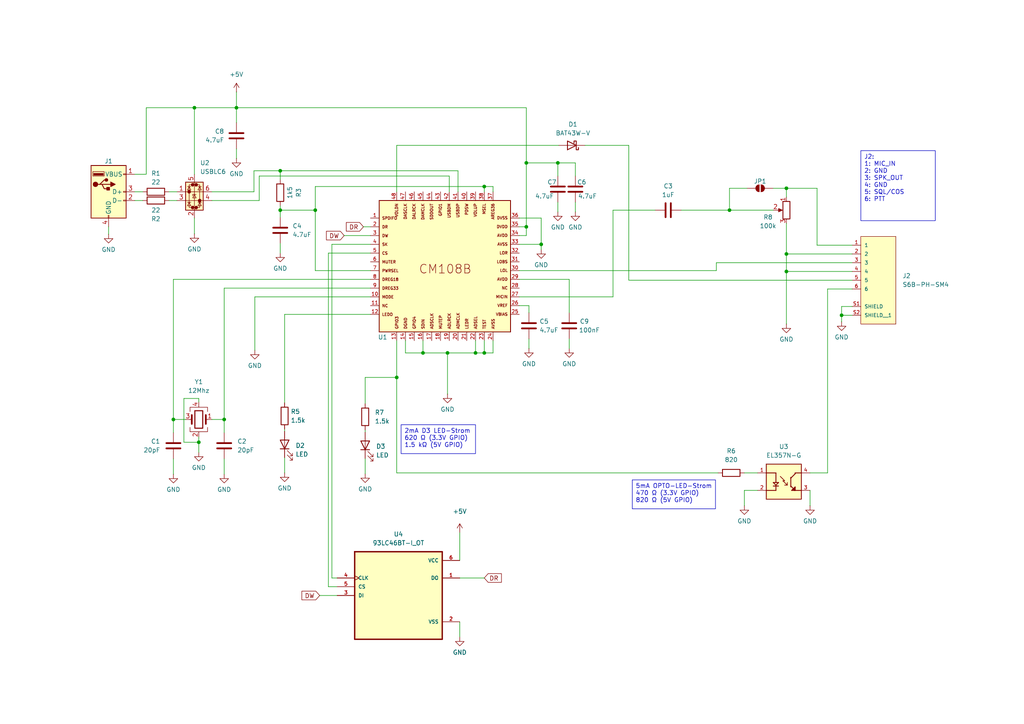
<source format=kicad_sch>
(kicad_sch (version 20250114) (generator "eeschema") (generator_version "9.0")
  (paper "A4")
  (lib_symbols
    (symbol "93LC46BT-I_OT:93LC46BT-I_OT" (pin_names (offset 1.016))
      (property "Reference" "U" (at -12.7 13.7 0))
      (property "Value" "93LC46BT-I_OT" (at -12.7 -16.7 0))
      (symbol "93LC46BT-I_OT_0_0"
        (rectangle (start -12.7 -12.7) (end 12.7 12.7) (stroke (width 0.41)) (fill (type background)))
        (pin input clock (at -17.78 5.08 0) (length 5.08) (name "CLK") (number "4"))
        (pin input line (at -17.78 2.54 0) (length 5.08) (name "CS") (number "5"))
        (pin input line (at -17.78 0 0) (length 5.08) (name "DI") (number "3"))
        (pin power_in line (at 17.78 10.16 180) (length 5.08) (name "VCC") (number "6"))
        (pin output line (at 17.78 5.08 180) (length 5.08) (name "DO") (number "1"))
        (pin power_in line (at 17.78 -7.62 180) (length 5.08) (name "VSS") (number "2"))
      )
    )
    (symbol "CM108B:CM108B" (pin_names (offset 1.016))
      (property "Reference" "U" (at 17.78 21.844 0))
      (property "Value" "CM108B" (at 17.78 -20.32 0))
      (symbol "CM108B_0_0"
        (rectangle (start -17.78 -17.78) (end 20.32 20.32) (stroke (width 0.254)) (fill (type background)))
        (text "SPDIFO" (at -17.018 14.732 0) (effects (font (size 0.8128 0.8128)) (justify left bottom)))
        (text "DR" (at -17.018 12.192 0) (effects (font (size 0.8128 0.8128)) (justify left bottom)))
        (text "DW" (at -17.018 9.652 0) (effects (font (size 0.8128 0.8128)) (justify left bottom)))
        (text "SK" (at -17.018 7.112 0) (effects (font (size 0.8128 0.8128)) (justify left bottom)))
        (text "CS" (at -17.018 4.572 0) (effects (font (size 0.8128 0.8128)) (justify left bottom)))
        (text "MUTER" (at -17.018 2.032 0) (effects (font (size 0.8128 0.8128)) (justify left bottom)))
        (text "PWRSEL" (at -17.018 -0.508 0) (effects (font (size 0.8128 0.8128)) (justify left bottom)))
        (text "DREG18" (at -17.018 -3.048 0) (effects (font (size 0.8128 0.8128)) (justify left bottom)))
        (text "DREG33" (at -17.018 -5.588 0) (effects (font (size 0.8128 0.8128)) (justify left bottom)))
        (text "MODE" (at -17.018 -8.128 0) (effects (font (size 0.8128 0.8128)) (justify left bottom)))
        (text "NC" (at -17.018 -10.668 0) (effects (font (size 0.8128 0.8128)) (justify left bottom)))
        (text "LEDO" (at -17.018 -13.208 0) (effects (font (size 0.8128 0.8128)) (justify left bottom)))
        (text "VOLDN" (at -13.208 19.558 900) (effects (font (size 0.8128 0.8128)) (justify right top)))
        (text "GPIO3" (at -12.192 -17.018 900) (effects (font (size 0.8128 0.8128)) (justify left bottom)))
        (text "DASCLK" (at -10.668 19.558 900) (effects (font (size 0.8128 0.8128)) (justify right top)))
        (text "DGND" (at -9.652 -17.018 900) (effects (font (size 0.8128 0.8128)) (justify left bottom)))
        (text "DALRCK" (at -8.128 19.558 900) (effects (font (size 0.8128 0.8128)) (justify right top)))
        (text "GPIO4" (at -7.112 -17.018 900) (effects (font (size 0.8128 0.8128)) (justify left bottom)))
        (text "CM108B" (at -6.35 -1.016 0) (effects (font (size 2.54 2.54)) (justify left bottom)))
        (text "DAMCLK" (at -5.588 19.558 900) (effects (font (size 0.8128 0.8128)) (justify right top)))
        (text "SDIN" (at -4.572 -17.018 900) (effects (font (size 0.8128 0.8128)) (justify left bottom)))
        (text "SDDOUT" (at -3.048 19.558 900) (effects (font (size 0.8128 0.8128)) (justify right top)))
        (text "ADSCLK" (at -2.032 -17.018 900) (effects (font (size 0.8128 0.8128)) (justify left bottom)))
        (text "GPIO1" (at -0.508 19.558 900) (effects (font (size 0.8128 0.8128)) (justify right top)))
        (text "MUTEP" (at 0.508 -17.018 900) (effects (font (size 0.8128 0.8128)) (justify left bottom)))
        (text "USBDM" (at 2.032 19.558 900) (effects (font (size 0.8128 0.8128)) (justify right top)))
        (text "ADLRCK" (at 3.048 -17.018 900) (effects (font (size 0.8128 0.8128)) (justify left bottom)))
        (text "USBDP" (at 4.572 19.558 900) (effects (font (size 0.8128 0.8128)) (justify right top)))
        (text "ADMCLK" (at 5.588 -17.018 900) (effects (font (size 0.8128 0.8128)) (justify left bottom)))
        (text "PDSW" (at 7.112 19.558 900) (effects (font (size 0.8128 0.8128)) (justify right top)))
        (text "LEDR" (at 8.128 -17.018 900) (effects (font (size 0.8128 0.8128)) (justify left bottom)))
        (text "VOLUP" (at 9.652 19.558 900) (effects (font (size 0.8128 0.8128)) (justify right top)))
        (text "ADSEL" (at 10.668 -17.018 900) (effects (font (size 0.8128 0.8128)) (justify left bottom)))
        (text "MSEL" (at 12.192 19.558 900) (effects (font (size 0.8128 0.8128)) (justify right top)))
        (text "TEST" (at 13.208 -17.018 900) (effects (font (size 0.8128 0.8128)) (justify left bottom)))
        (text "AREG36" (at 14.732 19.558 900) (effects (font (size 0.8128 0.8128)) (justify right top)))
        (text "AVSS" (at 15.748 -17.018 900) (effects (font (size 0.8128 0.8128)) (justify left bottom)))
        (text "DVSS" (at 19.558 15.748 0) (effects (font (size 0.8128 0.8128)) (justify right top)))
        (text "DVDD" (at 19.558 13.208 0) (effects (font (size 0.8128 0.8128)) (justify right top)))
        (text "AVDD" (at 19.558 10.668 0) (effects (font (size 0.8128 0.8128)) (justify right top)))
        (text "AVSS" (at 19.558 8.128 0) (effects (font (size 0.8128 0.8128)) (justify right top)))
        (text "LOR" (at 19.558 5.588 0) (effects (font (size 0.8128 0.8128)) (justify right top)))
        (text "LOBS" (at 19.558 3.048 0) (effects (font (size 0.8128 0.8128)) (justify right top)))
        (text "LOL" (at 19.558 0.508 0) (effects (font (size 0.8128 0.8128)) (justify right top)))
        (text "AVDD" (at 19.558 -2.032 0) (effects (font (size 0.8128 0.8128)) (justify right top)))
        (text "NC" (at 19.558 -4.572 0) (effects (font (size 0.8128 0.8128)) (justify right top)))
        (text "MICIN" (at 19.558 -7.112 0) (effects (font (size 0.8128 0.8128)) (justify right top)))
        (text "VREF" (at 19.558 -9.652 0) (effects (font (size 0.8128 0.8128)) (justify right top)))
        (text "VBIAS" (at 19.558 -12.192 0) (effects (font (size 0.8128 0.8128)) (justify right top)))
        (pin bidirectional line (at -20.32 15.24 0) (length 2.54) (name "~") (number "1"))
        (pin bidirectional line (at -20.32 12.7 0) (length 2.54) (name "~") (number "2"))
        (pin bidirectional line (at -20.32 10.16 0) (length 2.54) (name "~") (number "3"))
        (pin bidirectional line (at -20.32 7.62 0) (length 2.54) (name "~") (number "4"))
        (pin bidirectional line (at -20.32 5.08 0) (length 2.54) (name "~") (number "5"))
        (pin bidirectional line (at -20.32 2.54 0) (length 2.54) (name "~") (number "6"))
        (pin bidirectional line (at -20.32 0 0) (length 2.54) (name "~") (number "7"))
        (pin bidirectional line (at -20.32 -2.54 0) (length 2.54) (name "~") (number "8"))
        (pin bidirectional line (at -20.32 -5.08 0) (length 2.54) (name "~") (number "9"))
        (pin bidirectional line (at -20.32 -7.62 0) (length 2.54) (name "~") (number "10"))
        (pin bidirectional line (at -20.32 -10.16 0) (length 2.54) (name "~") (number "11"))
        (pin bidirectional line (at -20.32 -12.7 0) (length 2.54) (name "~") (number "12"))
        (pin bidirectional line (at -12.7 22.86 270) (length 2.54) (name "~") (number "48"))
        (pin bidirectional line (at -12.7 -20.32 90) (length 2.54) (name "~") (number "13"))
        (pin bidirectional line (at -10.16 22.86 270) (length 2.54) (name "~") (number "47"))
        (pin bidirectional line (at -10.16 -20.32 90) (length 2.54) (name "~") (number "14"))
        (pin bidirectional line (at -7.62 22.86 270) (length 2.54) (name "~") (number "46"))
        (pin bidirectional line (at -7.62 -20.32 90) (length 2.54) (name "~") (number "15"))
        (pin bidirectional line (at -5.08 22.86 270) (length 2.54) (name "~") (number "45"))
        (pin bidirectional line (at -5.08 -20.32 90) (length 2.54) (name "~") (number "16"))
        (pin bidirectional line (at -2.54 22.86 270) (length 2.54) (name "~") (number "44"))
        (pin bidirectional line (at -2.54 -20.32 90) (length 2.54) (name "~") (number "17"))
        (pin bidirectional line (at 0 22.86 270) (length 2.54) (name "~") (number "43"))
        (pin bidirectional line (at 0 -20.32 90) (length 2.54) (name "~") (number "18"))
        (pin bidirectional line (at 2.54 22.86 270) (length 2.54) (name "~") (number "42"))
        (pin bidirectional line (at 2.54 -20.32 90) (length 2.54) (name "~") (number "19"))
        (pin bidirectional line (at 5.08 22.86 270) (length 2.54) (name "~") (number "41"))
        (pin bidirectional line (at 5.08 -20.32 90) (length 2.54) (name "~") (number "20"))
        (pin bidirectional line (at 7.62 22.86 270) (length 2.54) (name "~") (number "40"))
        (pin bidirectional line (at 7.62 -20.32 90) (length 2.54) (name "~") (number "21"))
        (pin bidirectional line (at 10.16 22.86 270) (length 2.54) (name "~") (number "39"))
        (pin bidirectional line (at 10.16 -20.32 90) (length 2.54) (name "~") (number "22"))
        (pin bidirectional line (at 12.7 22.86 270) (length 2.54) (name "~") (number "38"))
        (pin bidirectional line (at 12.7 -20.32 90) (length 2.54) (name "~") (number "23"))
        (pin bidirectional line (at 15.24 22.86 270) (length 2.54) (name "~") (number "37"))
        (pin bidirectional line (at 15.24 -20.32 90) (length 2.54) (name "~") (number "24"))
        (pin bidirectional line (at 22.86 15.24 180) (length 2.54) (name "~") (number "36"))
        (pin bidirectional line (at 22.86 12.7 180) (length 2.54) (name "~") (number "35"))
        (pin bidirectional line (at 22.86 10.16 180) (length 2.54) (name "~") (number "34"))
        (pin bidirectional line (at 22.86 7.62 180) (length 2.54) (name "~") (number "33"))
        (pin bidirectional line (at 22.86 5.08 180) (length 2.54) (name "~") (number "32"))
        (pin bidirectional line (at 22.86 2.54 180) (length 2.54) (name "~") (number "31"))
        (pin bidirectional line (at 22.86 0 180) (length 2.54) (name "~") (number "30"))
        (pin bidirectional line (at 22.86 -2.54 180) (length 2.54) (name "~") (number "29"))
        (pin bidirectional line (at 22.86 -5.08 180) (length 2.54) (name "~") (number "28"))
        (pin bidirectional line (at 22.86 -7.62 180) (length 2.54) (name "~") (number "27"))
        (pin bidirectional line (at 22.86 -10.16 180) (length 2.54) (name "~") (number "26"))
        (pin bidirectional line (at 22.86 -12.7 180) (length 2.54) (name "~") (number "25"))
      )
    )
    (symbol "Connector_USB_PCB_Edge:USB_A_PCB_Edge_receptacle" (pin_names (offset 1.016))
      (property "Reference" "J" (at -5.08 11.43 0))
      (property "Value" "USB_A_PCB_Edge_receptacle" (at -5.08 8.89 0))
      (symbol "USB_A_PCB_Edge_receptacle_0_1"
        (rectangle (start -5.08 -7.62) (end 5.08 7.62) (stroke (width 0.254)) (fill (type background)))
        (circle (center -3.81 2.159) (radius 0.635) (stroke (width 0.254)) (fill (type outline)))
        (polyline (pts (xy -3.175 2.159) (xy -2.54 2.159) (xy -1.27 3.429) (xy -0.635 3.429)) (stroke (width 0.254)))
        (polyline (pts (xy -2.54 2.159) (xy -1.905 2.159) (xy -1.27 0.889) (xy 0 0.889)) (stroke (width 0.254)))
        (rectangle (start -1.524 4.826) (end -4.318 5.334) (fill (type outline)))
        (rectangle (start -1.27 4.572) (end -4.572 5.842))
        (circle (center -0.635 3.429) (radius 0.381) (stroke (width 0.254)) (fill (type outline)))
        (rectangle (start -0.127 -7.62) (end 0.127 -6.858))
        (rectangle (start 0.254 1.27) (end -0.508 0.508) (stroke (width 0.254)) (fill (type outline)))
        (polyline (pts (xy 0.635 2.794) (xy 0.635 1.524) (xy 1.905 2.159) (xy 0.635 2.794)) (stroke (width 0.254)) (fill (type outline)))
        (rectangle (start 5.08 4.953) (end 4.318 5.207))
        (rectangle (start 5.08 -0.127) (end 4.318 0.127))
        (rectangle (start 5.08 -2.667) (end 4.318 -2.413))
      )
      (symbol "USB_A_PCB_Edge_receptacle_1_1"
        (polyline (pts (xy -1.905 2.159) (xy 0.635 2.159)) (stroke (width 0.254)))
        (pin passive line (at -2.54 -10.16 90) (length 2.54) (hide yes) (name "Shield") (number "5"))
        (pin power_in line (at 0 -10.16 90) (length 2.54) (name "GND") (number "4"))
        (pin power_in line (at 7.62 5.08 180) (length 2.54) (name "VBUS") (number "1"))
        (pin bidirectional line (at 7.62 0 180) (length 2.54) (name "D+") (number "3"))
        (pin bidirectional line (at 7.62 -2.54 180) (length 2.54) (name "D-") (number "2"))
      )
    )
    (symbol "Device:C" (pin_numbers (hide yes)) (pin_names (offset 0.254))
      (property "Reference" "C" (at 0.635 2.54 0))
      (property "Value" "C" (at 0.635 -2.54 0))
      (symbol "C_0_1"
        (polyline (pts (xy -2.032 0.762) (xy 2.032 0.762)) (stroke (width 0.508)))
        (polyline (pts (xy -2.032 -0.762) (xy 2.032 -0.762)) (stroke (width 0.508)))
      )
      (symbol "C_1_1"
        (pin passive line (at 0 3.81 270) (length 2.794) (name "~") (number "1"))
        (pin passive line (at 0 -3.81 90) (length 2.794) (name "~") (number "2"))
      )
    )
    (symbol "Device:Crystal_GND24" (pin_names (offset 1.016) (hide yes))
      (property "Reference" "Y" (at 3.175 5.08 0))
      (property "Value" "Crystal_GND24" (at 3.175 3.175 0))
      (symbol "Crystal_GND24_0_1"
        (polyline (pts (xy -2.54 2.286) (xy -2.54 3.556) (xy 2.54 3.556) (xy 2.54 2.286)))
        (polyline (pts (xy -2.54 0) (xy -2.032 0)))
        (polyline (pts (xy -2.54 -2.286) (xy -2.54 -3.556) (xy 2.54 -3.556) (xy 2.54 -2.286)))
        (polyline (pts (xy -2.032 -1.27) (xy -2.032 1.27)) (stroke (width 0.508)))
        (rectangle (start -1.143 2.54) (end 1.143 -2.54) (stroke (width 0.3048)))
        (polyline (pts (xy 0 3.556) (xy 0 3.81)))
        (polyline (pts (xy 0 -3.81) (xy 0 -3.556)))
        (polyline (pts (xy 2.032 0) (xy 2.54 0)))
        (polyline (pts (xy 2.032 -1.27) (xy 2.032 1.27)) (stroke (width 0.508)))
      )
      (symbol "Crystal_GND24_1_1"
        (pin passive line (at -3.81 0 0) (length 1.27) (name "1") (number "1"))
        (pin passive line (at 0 5.08 270) (length 1.27) (name "2") (number "2"))
        (pin passive line (at 0 -5.08 90) (length 1.27) (name "4") (number "4"))
        (pin passive line (at 3.81 0 180) (length 1.27) (name "3") (number "3"))
      )
    )
    (symbol "Device:LED" (pin_numbers (hide yes)) (pin_names (offset 1.016) (hide yes))
      (property "Reference" "D" (at 0 2.54 0))
      (property "Value" "LED" (at 0 -2.54 0))
      (symbol "LED_0_1"
        (polyline (pts (xy -3.048 -0.762) (xy -4.572 -2.286) (xy -3.81 -2.286) (xy -4.572 -2.286) (xy -4.572 -1.524)))
        (polyline (pts (xy -1.778 -0.762) (xy -3.302 -2.286) (xy -2.54 -2.286) (xy -3.302 -2.286) (xy -3.302 -1.524)))
        (polyline (pts (xy -1.27 0) (xy 1.27 0)))
        (polyline (pts (xy -1.27 -1.27) (xy -1.27 1.27)) (stroke (width 0.254)))
        (polyline (pts (xy 1.27 -1.27) (xy 1.27 1.27) (xy -1.27 0) (xy 1.27 -1.27)) (stroke (width 0.254)))
      )
      (symbol "LED_1_1"
        (pin passive line (at -3.81 0 0) (length 2.54) (name "K") (number "1"))
        (pin passive line (at 3.81 0 180) (length 2.54) (name "A") (number "2"))
      )
    )
    (symbol "Device:R" (pin_numbers (hide yes)) (pin_names (offset 0))
      (property "Reference" "R" (at 2.032 0 90))
      (property "Value" "R" (at 0 0 90))
      (symbol "R_0_1"
        (rectangle (start -1.016 -2.54) (end 1.016 2.54) (stroke (width 0.254)))
      )
      (symbol "R_1_1"
        (pin passive line (at 0 3.81 270) (length 1.27) (name "~") (number "1"))
        (pin passive line (at 0 -3.81 90) (length 1.27) (name "~") (number "2"))
      )
    )
    (symbol "Device:R_Potentiometer" (pin_names (offset 1.016) (hide yes))
      (property "Reference" "RV" (at -4.445 0 90))
      (property "Value" "R_Potentiometer" (at -2.54 0 90))
      (symbol "R_Potentiometer_0_1"
        (rectangle (start 1.016 2.54) (end -1.016 -2.54) (stroke (width 0.254)))
        (polyline (pts (xy 1.143 0) (xy 2.286 0.508) (xy 2.286 -0.508) (xy 1.143 0)) (fill (type outline)))
        (polyline (pts (xy 2.54 0) (xy 1.524 0)))
      )
      (symbol "R_Potentiometer_1_1"
        (pin passive line (at 0 3.81 270) (length 1.27) (name "1") (number "1"))
        (pin passive line (at 0 -3.81 90) (length 1.27) (name "3") (number "3"))
        (pin passive line (at 3.81 0 180) (length 1.27) (name "2") (number "2"))
      )
    )
    (symbol "Diode:BAT43W-V" (pin_numbers (hide yes)) (pin_names (offset 1.016) (hide yes))
      (property "Reference" "D" (at 0 2.54 0))
      (property "Value" "BAT43W-V" (at 0 -2.54 0))
      (symbol "BAT43W-V_0_1"
        (polyline (pts (xy -1.905 0.635) (xy -1.905 1.27) (xy -1.27 1.27) (xy -1.27 -1.27) (xy -0.635 -1.27) (xy -0.635 -0.635)) (stroke (width 0.254)))
        (polyline (pts (xy 1.27 1.27) (xy 1.27 -1.27) (xy -1.27 0) (xy 1.27 1.27)) (stroke (width 0.254)))
        (polyline (pts (xy 1.27 0) (xy -1.27 0)))
      )
      (symbol "BAT43W-V_1_1"
        (pin passive line (at -3.81 0 0) (length 2.54) (name "K") (number "1"))
        (pin passive line (at 3.81 0 180) (length 2.54) (name "A") (number "2"))
      )
    )
    (symbol "EL357N-G:EL357N-G" (pin_names (offset 1.016))
      (property "Reference" "U" (at -5.08 5.08 0))
      (property "Value" "EL357N-G" (at -5.08 -7.62 0))
      (symbol "EL357N-G_0_0"
        (polyline (pts (xy -5.08 2.54) (xy -2.286 2.54)) (stroke (width 0.254)))
        (rectangle (start -5.08 -5.08) (end 5.08 5.08) (stroke (width 0.254)) (fill (type background)))
        (polyline (pts (xy -3.048 -0.254) (xy -2.286 -1.016)) (stroke (width 0.254)))
        (polyline (pts (xy -3.048 -1.27) (xy -1.524 -1.27)) (stroke (width 0.254)))
        (polyline (pts (xy -2.286 2.54) (xy -2.286 -0.254)) (stroke (width 0.254)))
        (polyline (pts (xy -2.286 -0.254) (xy -3.048 -0.254)) (stroke (width 0.254)))
        (polyline (pts (xy -2.286 -0.254) (xy -1.524 -0.254)) (stroke (width 0.254)))
        (polyline (pts (xy -2.286 -1.016) (xy -1.524 -0.254)) (stroke (width 0.254)))
        (polyline (pts (xy -2.286 -1.27) (xy -2.286 -2.54)) (stroke (width 0.254)))
        (polyline (pts (xy -2.286 -2.54) (xy -5.08 -2.54)) (stroke (width 0.254)))
        (polyline (pts (xy -1.016 1.524) (xy 0.254 0.254)) (stroke (width 0.2032)))
        (polyline (pts (xy -0.254 0.254) (xy 1.016 -1.016)) (stroke (width 0.2032)))
        (polyline (pts (xy 0.254 0.254) (xy -0.254 0.254)) (stroke (width 0.2032)))
        (polyline (pts (xy 1.016 -1.016) (xy 0.254 -1.016)) (stroke (width 0.2032)))
        (polyline (pts (xy 1.016 -1.016) (xy 1.016 -0.254)) (stroke (width 0.2032)))
        (polyline (pts (xy 2.032 1.016) (xy 2.032 1.27)) (stroke (width 0.254)))
        (polyline (pts (xy 2.032 1.016) (xy 2.032 -1.27)) (stroke (width 0.254)))
        (polyline (pts (xy 2.032 -1.27) (xy 2.032 -1.524)) (stroke (width 0.254)))
        (polyline (pts (xy 2.032 -1.27) (xy 3.302 -2.54)) (stroke (width 0.254)))
        (polyline (pts (xy 2.286 -2.54) (xy 3.048 -2.54)) (stroke (width 0.254)))
        (polyline (pts (xy 2.54 -2.286) (xy 2.286 -2.54)) (stroke (width 0.254)))
        (polyline (pts (xy 2.54 -2.286) (xy 2.794 -2.286)) (stroke (width 0.254)))
        (polyline (pts (xy 2.794 -2.286) (xy 3.048 -2.54)) (stroke (width 0.254)))
        (polyline (pts (xy 3.048 -2.032) (xy 2.794 -2.286)) (stroke (width 0.254)))
        (polyline (pts (xy 3.048 -2.032) (xy 3.302 -1.778)) (stroke (width 0.254)))
        (polyline (pts (xy 3.048 -2.54) (xy 3.048 -2.032)) (stroke (width 0.254)))
        (polyline (pts (xy 3.048 -2.54) (xy 3.302 -2.54)) (stroke (width 0.254)))
        (polyline (pts (xy 3.302 2.54) (xy 3.302 2.286)) (stroke (width 0.254)))
        (polyline (pts (xy 3.302 2.286) (xy 2.032 1.016)) (stroke (width 0.254)))
        (polyline (pts (xy 3.302 -1.524) (xy 2.54 -2.286)) (stroke (width 0.254)))
        (polyline (pts (xy 3.302 -1.778) (xy 3.302 -1.524)) (stroke (width 0.254)))
        (polyline (pts (xy 3.302 -2.286) (xy 3.048 -2.032)) (stroke (width 0.254)))
        (polyline (pts (xy 3.302 -2.286) (xy 3.302 -1.778)) (stroke (width 0.254)))
        (polyline (pts (xy 3.302 -2.54) (xy 3.302 -2.286)) (stroke (width 0.254)))
        (polyline (pts (xy 3.302 -2.54) (xy 5.08 -2.54)) (stroke (width 0.254)))
        (polyline (pts (xy 5.08 2.54) (xy 3.302 2.54)) (stroke (width 0.254)))
        (pin passive line (at -7.62 2.54 0) (length 2.54) (name "~") (number "1"))
        (pin passive line (at -7.62 -2.54 0) (length 2.54) (name "~") (number "2"))
        (pin passive line (at 7.62 2.54 180) (length 2.54) (name "~") (number "4"))
        (pin passive line (at 7.62 -2.54 180) (length 2.54) (name "~") (number "3"))
      )
    )
    (symbol "Power_Protection:USBLC6-2SC6" (pin_names (hide yes))
      (property "Reference" "U" (at 0.635 5.715 0))
      (property "Value" "USBLC6-2SC6" (at 0.635 3.81 0))
      (symbol "USBLC6-2SC6_0_0"
        (circle (center -1.524 0) (radius 0.0001) (stroke (width 0.508)))
        (circle (center -0.508 2.032) (radius 0.0001) (stroke (width 0.508)))
        (circle (center -0.508 -4.572) (radius 0.0001) (stroke (width 0.508)))
        (circle (center 0.508 2.032) (radius 0.0001) (stroke (width 0.508)))
        (circle (center 0.508 -4.572) (radius 0.0001) (stroke (width 0.508)))
        (circle (center 1.524 -2.54) (radius 0.0001) (stroke (width 0.508)))
      )
      (symbol "USBLC6-2SC6_0_1"
        (polyline (pts (xy -2.54 0) (xy 2.54 0)))
        (polyline (pts (xy -2.54 -2.54) (xy 2.54 -2.54)))
        (polyline (pts (xy -2.032 0.508) (xy -1.016 0.508) (xy -1.524 1.524) (xy -2.032 0.508)))
        (polyline (pts (xy -2.032 -3.048) (xy -1.016 -3.048)))
        (polyline (pts (xy -1.016 1.524) (xy -2.032 1.524)))
        (polyline (pts (xy -1.016 -4.064) (xy -2.032 -4.064) (xy -1.524 -3.048) (xy -1.016 -4.064)))
        (polyline (pts (xy -0.508 -1.143) (xy -0.508 -0.762) (xy 0.508 -0.762)))
        (polyline (pts (xy 0 2.54) (xy -0.508 2.032) (xy 0.508 2.032) (xy 0 1.524) (xy 0 -4.064) (xy -0.508 -4.572) (xy 0.508 -4.572) (xy 0 -5.08)))
        (polyline (pts (xy 0.508 -1.778) (xy -0.508 -1.778) (xy 0 -0.762) (xy 0.508 -1.778)))
        (polyline (pts (xy 1.016 1.524) (xy 2.032 1.524)))
        (polyline (pts (xy 1.016 -3.048) (xy 2.032 -3.048)))
        (polyline (pts (xy 2.032 0.508) (xy 1.016 0.508) (xy 1.524 1.524) (xy 2.032 0.508)))
        (polyline (pts (xy 2.032 -4.064) (xy 1.016 -4.064) (xy 1.524 -3.048) (xy 2.032 -4.064)))
      )
      (symbol "USBLC6-2SC6_1_1"
        (rectangle (start -2.54 2.794) (end 2.54 -5.334) (stroke (width 0.254)) (fill (type background)))
        (polyline (pts (xy -0.508 2.032) (xy -1.524 2.032) (xy -1.524 -4.572) (xy -0.508 -4.572)))
        (polyline (pts (xy 0.508 -4.572) (xy 1.524 -4.572) (xy 1.524 2.032) (xy 0.508 2.032)))
        (pin passive line (at -5.08 0 0) (length 2.54) (name "I/O1") (number "1"))
        (pin passive line (at -5.08 -2.54 0) (length 2.54) (name "I/O2") (number "3"))
        (pin passive line (at 0 5.08 270) (length 2.54) (name "VBUS") (number "5"))
        (pin passive line (at 0 -7.62 90) (length 2.54) (name "GND") (number "2"))
        (pin passive line (at 5.08 0 180) (length 2.54) (name "I/O1") (number "6"))
        (pin passive line (at 5.08 -2.54 180) (length 2.54) (name "I/O2") (number "4"))
      )
    )
    (symbol "S6B-PH-SM4-TB_LF__SN_:S6B-PH-SM4-TB_LF__SN_" (pin_names (offset 1.016))
      (property "Reference" "J" (at -4.5735 10.6715 0))
      (property "Value" "S6B-PH-SM4-TB_LF__SN_" (at -5.0827 -17.7881 0))
      (symbol "S6B-PH-SM4-TB_LF__SN__0_0"
        (rectangle (start -5.08 -15.24) (end 5.08 10.16) (stroke (width 0.1524)) (fill (type background)))
        (pin passive line (at -7.62 7.62 0) (length 2.54) (name "1") (number "1"))
        (pin passive line (at -7.62 5.08 0) (length 2.54) (name "2") (number "2"))
        (pin passive line (at -7.62 2.54 0) (length 2.54) (name "3") (number "3"))
        (pin passive line (at -7.62 0 0) (length 2.54) (name "4") (number "4"))
        (pin passive line (at -7.62 -2.54 0) (length 2.54) (name "5") (number "5"))
        (pin passive line (at -7.62 -5.08 0) (length 2.54) (name "6") (number "6"))
        (pin passive line (at -7.62 -10.16 0) (length 2.54) (name "SHIELD") (number "S1"))
        (pin passive line (at -7.62 -12.7 0) (length 2.54) (name "SHIELD__1") (number "S2"))
      )
    )
    (symbol "SolderJumper_2_Open_1" (pin_numbers (hide yes)) (pin_names (offset 0) (hide yes)) (in_bom no)
      (property "Reference" "JP" (at 0 2.032 0))
      (property "Value" "SolderJumper_2_Open" (at 0 -2.54 0))
      (symbol "SolderJumper_2_Open_1_0_1"
        (polyline (pts (xy -0.254 1.016) (xy -0.254 -1.016)))
        (arc (start -0.254 -1.016) (mid -1.2656 0) (end -0.254 1.016))
        (arc (start -0.254 -1.016) (mid -1.2656 0) (end -0.254 1.016) (fill (type outline)))
        (arc (start 0.254 1.016) (mid 1.2656 0) (end 0.254 -1.016))
        (arc (start 0.254 1.016) (mid 1.2656 0) (end 0.254 -1.016) (fill (type outline)))
        (polyline (pts (xy 0.254 1.016) (xy 0.254 -1.016)))
      )
      (symbol "SolderJumper_2_Open_1_1_1"
        (pin passive line (at -3.81 0 0) (length 2.54) (name "A") (number "1"))
        (pin passive line (at 3.81 0 180) (length 2.54) (name "B") (number "2"))
      )
    )
    (symbol "power:+5V" (power) (pin_numbers (hide yes)) (pin_names (offset 0) (hide yes))
      (property "Value" "+5V" (at 0 3.556 0))
      (symbol "+5V_0_1"
        (polyline (pts (xy -0.762 1.27) (xy 0 2.54)))
        (polyline (pts (xy 0 2.54) (xy 0.762 1.27)))
        (polyline (pts (xy 0 0) (xy 0 2.54)))
      )
      (symbol "+5V_1_1"
        (pin power_in line (at 0 0 90) (length 0) (name "~") (number "1"))
      )
    )
    (symbol "power:GND" (power) (pin_numbers (hide yes)) (pin_names (offset 0) (hide yes))
      (property "Value" "GND" (at 0 -3.81 0))
      (symbol "GND_0_1"
        (polyline (pts (xy 0 0) (xy 0 -1.27) (xy 1.27 -1.27) (xy 0 -2.54) (xy -1.27 -1.27) (xy 0 -1.27)))
      )
      (symbol "GND_1_1"
        (pin power_in line (at 0 0 270) (length 0) (name "~") (number "1"))
      )
    )
  )
  (text_box "2mA D3 LED-Strom\n620 Ω (3.3V GPIO)\n1.5 kΩ (5V GPIO)" (at 116.332 123.19 0) (size 21.59 8.382) (margins 0.9525 0.9525 0.9525 0.9525) (effects (font (size 1.27 1.27)) (justify left top)))
  (text_box "5mA OPTO-LED-Strom\n470 Ω (3.3V GPIO)\n820 Ω (5V GPIO)" (at 183.388 139.192 0) (size 24.13 8.382) (margins 0.9525 0.9525 0.9525 0.9525) (effects (font (size 1.27 1.27)) (justify left top)))
  (text_box "J2:\n1: MIC_IN\n2: GND\n3: SPK_OUT\n4: GND\n5: SQL/COS\n6: PTT" (at 249.682 43.688 0) (size 21.59 20.32) (margins 0.9525 0.9525 0.9525 0.9525) (effects (font (size 1.27 1.27)) (justify left top)))
  (junction (at 50.292 121.666))
  (junction (at 228.092 54.61))
  (junction (at 152.654 65.786))
  (junction (at 91.44 60.96))
  (junction (at 152.654 47.244))
  (junction (at 156.972 70.866))
  (junction (at 65.024 121.666))
  (junction (at 81.28 60.96))
  (junction (at 68.58 31.242))
  (junction (at 228.092 73.66))
  (junction (at 57.658 128.27))
  (junction (at 56.388 31.242))
  (junction (at 228.092 78.74))
  (junction (at 244.094 91.44))
  (junction (at 211.582 60.96))
  (junction (at 122.682 102.362))
  (junction (at 137.922 102.362))
  (junction (at 140.462 102.362))
  (junction (at 129.794 102.362))
  (junction (at 161.798 47.244))
  (junction (at 140.462 54.102))
  (junction (at 81.28 49.53))
  (junction (at 115.062 109.474))
  (wire (pts (xy 122.682 98.806) (xy 122.682 102.362)))
  (wire (pts (xy 61.468 58.166) (xy 75.184 58.166)))
  (wire (pts (xy 82.55 91.186) (xy 82.55 116.84)))
  (wire (pts (xy 56.388 31.242) (xy 56.388 50.546)))
  (wire (pts (xy 105.918 109.474) (xy 105.918 117.094)))
  (wire (pts (xy 224.282 54.61) (xy 228.092 54.61)))
  (wire (pts (xy 133.35 180.34) (xy 133.35 184.785)))
  (wire (pts (xy 156.972 70.866) (xy 156.972 72.39)))
  (wire (pts (xy 130.302 51.054) (xy 75.184 51.054)))
  (wire (pts (xy 228.092 78.74) (xy 228.092 93.98)))
  (wire (pts (xy 153.416 88.646) (xy 153.416 90.678)))
  (wire (pts (xy 207.772 78.486) (xy 150.622 78.486)))
  (wire (pts (xy 73.914 86.106) (xy 73.914 101.6)))
  (wire (pts (xy 150.622 70.866) (xy 156.972 70.866)))
  (wire (pts (xy 152.654 47.244) (xy 161.798 47.244)))
  (wire (pts (xy 92.71 172.72) (xy 97.79 172.72)))
  (wire (pts (xy 177.8 60.96) (xy 189.992 60.96)))
  (wire (pts (xy 228.092 64.77) (xy 228.092 73.66)))
  (wire (pts (xy 215.9 142.24) (xy 215.9 146.685)))
  (wire (pts (xy 140.462 54.102) (xy 143.002 54.102)))
  (wire (pts (xy 107.442 86.106) (xy 73.914 86.106)))
  (wire (pts (xy 150.622 68.326) (xy 152.654 68.326)))
  (wire (pts (xy 31.496 65.786) (xy 31.496 67.945)))
  (wire (pts (xy 216.662 54.61) (xy 211.582 54.61)))
  (wire (pts (xy 57.658 126.746) (xy 57.658 128.27)))
  (wire (pts (xy 91.44 78.486) (xy 107.442 78.486)))
  (wire (pts (xy 95.25 170.18) (xy 97.79 170.18)))
  (wire (pts (xy 150.622 65.786) (xy 152.654 65.786)))
  (wire (pts (xy 122.682 102.362) (xy 129.794 102.362)))
  (wire (pts (xy 140.462 102.362) (xy 143.002 102.362)))
  (wire (pts (xy 152.654 65.786) (xy 152.654 68.326)))
  (wire (pts (xy 244.094 88.9) (xy 244.094 91.44)))
  (wire (pts (xy 211.582 60.96) (xy 224.282 60.96)))
  (wire (pts (xy 240.03 83.82) (xy 247.142 83.82)))
  (wire (pts (xy 50.292 81.026) (xy 107.442 81.026)))
  (wire (pts (xy 75.184 51.054) (xy 75.184 58.166)))
  (wire (pts (xy 81.28 60.96) (xy 81.28 62.992)))
  (wire (pts (xy 236.982 54.61) (xy 236.982 71.12)))
  (wire (pts (xy 68.58 43.18) (xy 68.58 45.974)))
  (wire (pts (xy 129.794 102.362) (xy 137.922 102.362)))
  (wire (pts (xy 182.372 42.164) (xy 169.672 42.164)))
  (wire (pts (xy 140.462 54.102) (xy 140.462 55.626)))
  (wire (pts (xy 57.658 116.586) (xy 57.658 115.57)))
  (wire (pts (xy 117.602 98.806) (xy 117.602 102.362)))
  (wire (pts (xy 177.8 86.106) (xy 177.8 60.96)))
  (wire (pts (xy 91.44 60.96) (xy 91.44 54.102)))
  (wire (pts (xy 137.922 98.806) (xy 137.922 102.362)))
  (wire (pts (xy 53.34 115.57) (xy 53.34 128.27)))
  (wire (pts (xy 130.302 55.626) (xy 130.302 51.054)))
  (wire (pts (xy 150.622 81.026) (xy 165.1 81.026)))
  (wire (pts (xy 161.798 47.244) (xy 166.878 47.244)))
  (wire (pts (xy 129.794 102.362) (xy 129.794 114.3)))
  (wire (pts (xy 115.062 137.16) (xy 208.28 137.16)))
  (wire (pts (xy 228.092 73.66) (xy 247.142 73.66)))
  (wire (pts (xy 50.292 121.666) (xy 53.848 121.666)))
  (wire (pts (xy 240.03 83.82) (xy 240.03 137.16)))
  (wire (pts (xy 39.116 50.546) (xy 42.418 50.546)))
  (wire (pts (xy 95.25 73.406) (xy 95.25 170.18)))
  (wire (pts (xy 165.1 98.298) (xy 165.1 101.092)))
  (wire (pts (xy 81.28 60.96) (xy 91.44 60.96)))
  (wire (pts (xy 96.266 70.866) (xy 96.266 167.64)))
  (wire (pts (xy 117.602 102.362) (xy 122.682 102.362)))
  (wire (pts (xy 150.622 86.106) (xy 177.8 86.106)))
  (wire (pts (xy 57.658 128.27) (xy 57.658 131.191)))
  (wire (pts (xy 156.972 63.246) (xy 156.972 70.866)))
  (wire (pts (xy 91.44 60.96) (xy 91.44 78.486)))
  (wire (pts (xy 49.022 58.166) (xy 51.308 58.166)))
  (wire (pts (xy 82.55 132.715) (xy 82.55 137.16)))
  (wire (pts (xy 143.002 54.102) (xy 143.002 55.626)))
  (wire (pts (xy 140.462 102.362) (xy 137.922 102.362)))
  (wire (pts (xy 244.094 91.44) (xy 244.094 93.345)))
  (wire (pts (xy 57.658 115.57) (xy 53.34 115.57)))
  (wire (pts (xy 153.416 98.298) (xy 153.416 101.092)))
  (wire (pts (xy 53.34 128.27) (xy 57.658 128.27)))
  (wire (pts (xy 228.092 73.66) (xy 228.092 78.74)))
  (wire (pts (xy 61.468 55.626) (xy 73.66 55.626)))
  (wire (pts (xy 115.062 42.164) (xy 162.052 42.164)))
  (wire (pts (xy 143.002 98.806) (xy 143.002 102.362)))
  (wire (pts (xy 107.442 70.866) (xy 96.266 70.866)))
  (wire (pts (xy 228.092 57.15) (xy 228.092 54.61)))
  (wire (pts (xy 161.798 51.054) (xy 161.798 47.244)))
  (wire (pts (xy 65.024 83.566) (xy 107.442 83.566)))
  (wire (pts (xy 211.582 54.61) (xy 211.582 60.96)))
  (wire (pts (xy 56.388 31.242) (xy 68.58 31.242)))
  (wire (pts (xy 50.292 133.096) (xy 50.292 137.541)))
  (wire (pts (xy 105.41 65.786) (xy 107.442 65.786)))
  (wire (pts (xy 161.798 58.674) (xy 161.798 61.468)))
  (wire (pts (xy 91.44 54.102) (xy 140.462 54.102)))
  (wire (pts (xy 207.772 76.2) (xy 207.772 78.486)))
  (wire (pts (xy 115.062 109.474) (xy 105.918 109.474)))
  (wire (pts (xy 61.468 121.666) (xy 65.024 121.666)))
  (wire (pts (xy 96.266 167.64) (xy 97.79 167.64)))
  (wire (pts (xy 182.372 81.28) (xy 182.372 42.164)))
  (wire (pts (xy 39.116 58.166) (xy 41.402 58.166)))
  (wire (pts (xy 81.28 49.53) (xy 132.842 49.53)))
  (wire (pts (xy 236.982 71.12) (xy 247.142 71.12)))
  (wire (pts (xy 197.612 60.96) (xy 211.582 60.96)))
  (wire (pts (xy 50.292 81.026) (xy 50.292 121.666)))
  (wire (pts (xy 219.71 142.24) (xy 215.9 142.24)))
  (wire (pts (xy 56.388 63.246) (xy 56.388 67.818)))
  (wire (pts (xy 73.66 55.626) (xy 73.66 49.53)))
  (wire (pts (xy 152.654 47.244) (xy 152.654 65.786)))
  (wire (pts (xy 150.622 63.246) (xy 156.972 63.246)))
  (wire (pts (xy 99.822 68.326) (xy 107.442 68.326)))
  (wire (pts (xy 165.1 81.026) (xy 165.1 90.678)))
  (wire (pts (xy 39.116 55.626) (xy 41.402 55.626)))
  (wire (pts (xy 65.024 83.566) (xy 65.024 121.666)))
  (wire (pts (xy 68.58 26.67) (xy 68.58 31.242)))
  (wire (pts (xy 50.292 121.666) (xy 50.292 125.476)))
  (wire (pts (xy 115.062 109.474) (xy 115.062 137.16)))
  (wire (pts (xy 140.462 98.806) (xy 140.462 102.362)))
  (wire (pts (xy 81.28 49.53) (xy 81.28 52.07)))
  (wire (pts (xy 244.094 91.44) (xy 247.142 91.44)))
  (wire (pts (xy 68.58 31.242) (xy 152.654 31.242)))
  (wire (pts (xy 49.022 55.626) (xy 51.308 55.626)))
  (wire (pts (xy 65.024 133.096) (xy 65.024 137.541)))
  (wire (pts (xy 42.418 31.242) (xy 42.418 50.546)))
  (wire (pts (xy 228.092 78.74) (xy 247.142 78.74)))
  (wire (pts (xy 166.878 58.674) (xy 166.878 61.468)))
  (wire (pts (xy 234.95 142.24) (xy 234.95 146.685)))
  (wire (pts (xy 133.35 167.64) (xy 140.462 167.64)))
  (wire (pts (xy 133.35 154.432) (xy 133.35 162.56)))
  (wire (pts (xy 68.58 31.242) (xy 68.58 35.56)))
  (wire (pts (xy 166.878 47.244) (xy 166.878 51.054)))
  (wire (pts (xy 73.66 49.53) (xy 81.28 49.53)))
  (wire (pts (xy 132.842 49.53) (xy 132.842 55.626)))
  (wire (pts (xy 244.094 88.9) (xy 247.142 88.9)))
  (wire (pts (xy 107.442 73.406) (xy 95.25 73.406)))
  (wire (pts (xy 65.024 121.666) (xy 65.024 125.476)))
  (wire (pts (xy 207.772 76.2) (xy 247.142 76.2)))
  (wire (pts (xy 234.95 137.16) (xy 240.03 137.16)))
  (wire (pts (xy 182.372 81.28) (xy 247.142 81.28)))
  (wire (pts (xy 42.418 31.242) (xy 56.388 31.242)))
  (wire (pts (xy 115.062 42.164) (xy 115.062 55.626)))
  (wire (pts (xy 82.55 91.186) (xy 107.442 91.186)))
  (wire (pts (xy 115.062 98.806) (xy 115.062 109.474)))
  (wire (pts (xy 105.918 132.969) (xy 105.918 137.414)))
  (wire (pts (xy 150.622 88.646) (xy 153.416 88.646)))
  (wire (pts (xy 81.28 70.612) (xy 81.28 73.406)))
  (wire (pts (xy 82.55 124.46) (xy 82.55 125.095)))
  (wire (pts (xy 81.28 59.69) (xy 81.28 60.96)))
  (wire (pts (xy 215.9 137.16) (xy 219.71 137.16)))
  (wire (pts (xy 228.092 54.61) (xy 236.982 54.61)))
  (wire (pts (xy 152.654 31.242) (xy 152.654 47.244)))
  (wire (pts (xy 105.918 124.714) (xy 105.918 125.349)))
  (global_label "DW" (shape input) (at 92.71 172.72 180) (property "Intersheetrefs" "${INTERSHEET_REFS}" (effects (hide yes))))
  (global_label "DW" (shape input) (at 99.822 68.326 180) (property "Intersheetrefs" "${INTERSHEET_REFS}" (effects (hide yes))))
  (global_label "DR" (shape input) (at 140.462 167.64 0) (property "Intersheetrefs" "${INTERSHEET_REFS}" (effects (hide yes))))
  (global_label "DR" (shape input) (at 105.41 65.786 180) (property "Intersheetrefs" "${INTERSHEET_REFS}" (effects (hide yes))))
  (symbol (lib_id "Device:C") (at 65.024 129.286 0) (unit 1)
    (property "Reference" "C2" (at 68.834 128.0159 0) (effects (justify left)))
    (property "Value" "20pF" (at 68.834 130.5559 0) (effects (justify left)))
    (property "Footprint" "Capacitor_SMD:C_0805_2012Metric_Pad1.18x1.45mm_HandSolder" (effects (hide yes)))
    (property "Description" "Unpolarized capacitor" (effects (hide yes)))
  )
  (symbol (lib_id "Device:C") (at 153.416 94.488 0) (unit 1)
    (property "Reference" "C5" (at 156.464 93.2179 0) (effects (justify left)))
    (property "Value" "4.7uF" (at 156.464 95.7579 0) (effects (justify left)))
    (property "Footprint" "Capacitor_SMD:C_0805_2012Metric" (effects (hide yes)))
    (property "Description" "Unpolarized capacitor" (effects (hide yes)))
  )
  (symbol (lib_id "power:GND") (at 234.95 146.685 0) (unit 1)
    (property "Reference" "#PWR04" (effects (hide yes)))
    (property "Value" "GND" (at 234.95 151.13 0))
    (property "Description" "Power symbol creates a global label with name \"GND\" , ground" (effects (hide yes)))
  )
  (symbol (lib_id "power:GND") (at 156.972 72.39 0) (unit 1)
    (property "Reference" "#PWR020" (effects (hide yes)))
    (property "Value" "GND" (at 156.972 76.835 0))
    (property "Description" "Power symbol creates a global label with name \"GND\" , ground" (effects (hide yes)))
  )
  (symbol (lib_id "Device:C") (at 50.292 129.286 0) (mirror x) (unit 1)
    (property "Reference" "C1" (at 46.482 128.0159 0) (effects (justify right)))
    (property "Value" "20pF" (at 46.482 130.5559 0) (effects (justify right)))
    (property "Footprint" "Capacitor_SMD:C_0805_2012Metric_Pad1.18x1.45mm_HandSolder" (effects (hide yes)))
    (property "Description" "Unpolarized capacitor" (effects (hide yes)))
  )
  (symbol (lib_id "Device:R") (at 81.28 55.88 180) (unit 1)
    (property "Reference" "R3" (at 86.614 55.88 90))
    (property "Value" "1k5" (at 84.074 55.88 90))
    (property "Footprint" "Resistor_SMD:R_0805_2012Metric" (effects (hide yes)))
    (property "Description" "Resistor" (effects (hide yes)))
  )
  (symbol (lib_id "power:GND") (at 215.9 146.685 0) (unit 1)
    (property "Reference" "#PWR01" (effects (hide yes)))
    (property "Value" "GND" (at 215.9 151.13 0))
    (property "Description" "Power symbol creates a global label with name \"GND\" , ground" (effects (hide yes)))
  )
  (symbol (lib_id "power:GND") (at 82.55 137.16 0) (unit 1)
    (property "Reference" "#PWR05" (effects (hide yes)))
    (property "Value" "GND" (at 82.55 141.605 0))
    (property "Description" "Power symbol creates a global label with name \"GND\" , ground" (effects (hide yes)))
  )
  (symbol (lib_id "power:GND") (at 129.794 114.3 0) (unit 1)
    (property "Reference" "#PWR018" (effects (hide yes)))
    (property "Value" "GND" (at 129.794 118.745 0))
    (property "Description" "Power symbol creates a global label with name \"GND\" , ground" (effects (hide yes)))
  )
  (symbol (lib_id "Device:R") (at 45.212 55.626 270) (unit 1)
    (property "Reference" "R1" (at 45.212 50.292 90))
    (property "Value" "22" (at 45.212 52.832 90))
    (property "Footprint" "Resistor_SMD:R_0805_2012Metric" (effects (hide yes)))
    (property "Description" "Resistor" (effects (hide yes)))
  )
  (symbol (lib_id "power:GND") (at 81.28 73.406 0) (unit 1)
    (property "Reference" "#PWR012" (effects (hide yes)))
    (property "Value" "GND" (at 81.28 77.851 0))
    (property "Description" "Power symbol creates a global label with name \"GND\" , ground" (effects (hide yes)))
  )
  (symbol (lib_id "power:GND") (at 57.658 131.191 0) (unit 1)
    (property "Reference" "#PWR011" (effects (hide yes)))
    (property "Value" "GND" (at 57.658 135.636 0))
    (property "Description" "Power symbol creates a global label with name \"GND\" , ground" (effects (hide yes)))
  )
  (symbol (lib_id "Device:C") (at 166.878 54.864 0) (unit 1)
    (property "Reference" "C6" (at 167.386 52.832 0) (effects (justify left)))
    (property "Value" "4.7uF" (at 167.64 56.896 0) (effects (justify left)))
    (property "Footprint" "Capacitor_SMD:C_0805_2012Metric" (effects (hide yes)))
    (property "Description" "Unpolarized capacitor" (effects (hide yes)))
  )
  (symbol (lib_id "CM108B:CM108B") (at 127.762 78.486 0) (unit 1)
    (property "Reference" "U1" (at 110.998 97.79 0))
    (property "Value" "CM108B" (effects (hide yes)))
    (property "Footprint" "CM108B:TQFP48" (effects (hide yes)))
    (property "MF" "Cmedia" (effects (hide yes)))
    (property "Description_1" "\n                        \n                            USB Audio Codec improved on CM\n                        \n" (effects (hide yes)))
    (property "Package" "None" (effects (hide yes)))
    (property "Price" "None" (effects (hide yes)))
    (property "SnapEDA_Link" "https://www.snapeda.com/parts/CM108B/Cmedia/view-part/?ref=snap" (effects (hide yes)))
    (property "MP" "CM108B" (effects (hide yes)))
    (property "Availability" "In Stock" (effects (hide yes)))
    (property "Check_prices" "https://www.snapeda.com/parts/CM108B/Cmedia/view-part/?ref=eda" (effects (hide yes)))
  )
  (symbol (lib_id "power:GND") (at 166.878 61.468 0) (unit 1)
    (property "Reference" "#PWR015" (effects (hide yes)))
    (property "Value" "GND" (at 166.878 65.913 0))
    (property "Description" "Power symbol creates a global label with name \"GND\" , ground" (effects (hide yes)))
  )
  (symbol (lib_id "Device:Crystal_GND24") (at 57.658 121.666 180) (unit 1)
    (property "Reference" "Y1" (at 57.658 110.744 0))
    (property "Value" "12Mhz" (at 57.658 113.284 0))
    (property "Footprint" "Crystal:Crystal_SMD_3225-4Pin_3.2x2.5mm" (effects (hide yes)))
    (property "Description" "Four pin crystal, GND on pins 2 and 4" (effects (hide yes)))
  )
  (symbol (lib_id "power:GND") (at 161.798 61.468 0) (mirror y) (unit 1)
    (property "Reference" "#PWR016" (effects (hide yes)))
    (property "Value" "GND" (at 161.798 65.913 0))
    (property "Description" "Power symbol creates a global label with name \"GND\" , ground" (effects (hide yes)))
  )
  (symbol (lib_id "Device:R") (at 82.55 120.65 180) (unit 1)
    (property "Reference" "R5" (at 84.328 119.3799 0) (effects (justify right)))
    (property "Value" "1.5k" (at 84.328 121.9199 0) (effects (justify right)))
    (property "Footprint" "Resistor_SMD:R_0805_2012Metric" (effects (hide yes)))
    (property "Description" "Resistor" (effects (hide yes)))
  )
  (symbol (lib_id "power:GND") (at 244.094 93.345 0) (unit 1)
    (property "Reference" "#PWR03" (effects (hide yes)))
    (property "Value" "GND" (at 244.094 97.79 0))
    (property "Description" "Power symbol creates a global label with name \"GND\" , ground" (effects (hide yes)))
  )
  (symbol (lib_id "power:+5V") (at 133.35 154.432 0) (unit 1)
    (property "Reference" "#PWR022" (effects (hide yes)))
    (property "Value" "+5V" (at 133.35 148.336 0))
    (property "Description" "Power symbol creates a global label with name \"+5V\"" (effects (hide yes)))
  )
  (symbol (lib_id "Device:R") (at 212.09 137.16 90) (unit 1)
    (property "Reference" "R6" (at 212.09 130.81 90))
    (property "Value" "820" (at 212.09 133.35 90))
    (property "Footprint" "Resistor_SMD:R_0805_2012Metric" (effects (hide yes)))
    (property "Description" "Resistor" (effects (hide yes)))
  )
  (symbol (lib_id "Device:C") (at 161.798 54.864 0) (mirror y) (unit 1)
    (property "Reference" "C7" (at 158.75 52.832 0) (effects (justify right)))
    (property "Value" "4.7uF" (at 155.194 56.896 0) (effects (justify right)))
    (property "Footprint" "Capacitor_SMD:C_0805_2012Metric" (effects (hide yes)))
    (property "Description" "Unpolarized capacitor" (effects (hide yes)))
  )
  (symbol (lib_id "power:GND") (at 165.1 101.092 0) (unit 1)
    (property "Reference" "#PWR021" (effects (hide yes)))
    (property "Value" "GND" (at 165.1 105.537 0))
    (property "Description" "Power symbol creates a global label with name \"GND\" , ground" (effects (hide yes)))
  )
  (symbol (lib_id "Device:R") (at 105.918 120.904 180) (unit 1)
    (property "Reference" "R7" (at 108.712 119.6339 0) (effects (justify right)))
    (property "Value" "1.5k" (at 108.712 122.1739 0) (effects (justify right)))
    (property "Footprint" "Resistor_SMD:R_0805_2012Metric" (effects (hide yes)))
    (property "Description" "Resistor" (effects (hide yes)))
  )
  (symbol (lib_id "Device:R_Potentiometer") (at 228.092 60.96 0) (mirror y) (unit 1)
    (property "Reference" "R8" (at 222.758 62.992 0))
    (property "Value" "100k" (at 222.758 65.532 0))
    (property "Footprint" "Potentiometer_SMD:Potentiometer_Bourns_TC33X_Vertical" (effects (hide yes)))
    (property "Description" "Potentiometer" (effects (hide yes)))
  )
  (symbol (lib_id "Device:C") (at 165.1 94.488 0) (unit 1)
    (property "Reference" "C9" (at 168.148 93.218 0) (effects (justify left)))
    (property "Value" "100nF" (at 167.894 95.758 0) (effects (justify left)))
    (property "Footprint" "Capacitor_SMD:C_0805_2012Metric" (effects (hide yes)))
    (property "Description" "Unpolarized capacitor" (effects (hide yes)))
  )
  (symbol (lib_id "Device:C") (at 193.802 60.96 90) (unit 1)
    (property "Reference" "C3" (at 193.802 53.975 90))
    (property "Value" "1uF" (at 193.802 56.515 90))
    (property "Footprint" "Capacitor_SMD:C_0805_2012Metric" (effects (hide yes)))
    (property "Description" "Unpolarized capacitor" (effects (hide yes)))
  )
  (symbol (lib_id "power:GND") (at 50.292 137.541 0) (unit 1)
    (property "Reference" "#PWR010" (effects (hide yes)))
    (property "Value" "GND" (at 50.292 141.986 0))
    (property "Description" "Power symbol creates a global label with name \"GND\" , ground" (effects (hide yes)))
  )
  (symbol (lib_id "S6B-PH-SM4-TB_LF__SN_:S6B-PH-SM4-TB_LF__SN_") (at 254.762 78.74 0) (unit 1)
    (property "Reference" "J2" (at 261.747 80.0099 0) (effects (justify left)))
    (property "Value" "S6B-PH-SM4" (at 261.747 82.5499 0) (effects (justify left)))
    (property "Footprint" "S6B-PH-SM4:JST_S6B-PH-SM4-TB_LF__SN_" (effects (hide yes)))
    (property "MF" "JST Sales" (effects (hide yes)))
    (property "Description_1" "\n                        \n                            Connector Header Surface Mount, Right Angle 6 position 0.079 (2.00mm)\n                        \n" (effects (hide yes)))
    (property "Package" "None" (effects (hide yes)))
    (property "Price" "None" (effects (hide yes)))
    (property "Check_prices" "https://www.snapeda.com/parts/S6B-PH-SM4-TB%20(LF)(SN)/JST/view-part/?ref=eda" (effects (hide yes)))
    (property "STANDARD" "Manufacturer Recommendation" (effects (hide yes)))
    (property "SnapEDA_Link" "https://www.snapeda.com/parts/S6B-PH-SM4-TB%20(LF)(SN)/JST/view-part/?ref=snap" (effects (hide yes)))
    (property "MP" "S6B-PH-SM4-TB (LF)(SN)" (effects (hide yes)))
    (property "Availability" "In Stock" (effects (hide yes)))
    (property "MANUFACTURER" "JST" (effects (hide yes)))
  )
  (symbol (lib_id "Device:R") (at 45.212 58.166 90) (unit 1)
    (property "Reference" "R2" (at 45.212 63.5 90))
    (property "Value" "22" (at 45.212 60.96 90))
    (property "Footprint" "Resistor_SMD:R_0805_2012Metric" (effects (hide yes)))
    (property "Description" "Resistor" (effects (hide yes)))
  )
  (symbol (lib_id "Connector_USB_PCB_Edge:USB_A_PCB_Edge_receptacle") (at 31.496 55.626 0) (unit 1)
    (property "Reference" "J1" (at 31.496 46.736 0))
    (property "Value" "USB_A_PCB_Edge_receptacle" (effects (hide yes)))
    (property "Footprint" "Connector_USB_PCB_Edge:USB_A_PCB_Edge_receptacle" (effects (hide yes)))
    (property "Description" "USB Type A connector" (effects (hide yes)))
  )
  (symbol (lib_id "power:GND") (at 56.388 67.818 0) (unit 1)
    (property "Reference" "#PWR06" (effects (hide yes)))
    (property "Value" "GND" (at 56.388 72.263 0))
    (property "Description" "Power symbol creates a global label with name \"GND\" , ground" (effects (hide yes)))
  )
  (symbol (lib_id "power:GND") (at 105.918 137.414 0) (unit 1)
    (property "Reference" "#PWR02" (effects (hide yes)))
    (property "Value" "GND" (at 105.918 141.859 0))
    (property "Description" "Power symbol creates a global label with name \"GND\" , ground" (effects (hide yes)))
  )
  (symbol (lib_id "Device:LED") (at 82.55 128.905 90) (unit 1)
    (property "Reference" "D2" (at 85.725 129.2224 90) (effects (justify right)))
    (property "Value" "LED" (at 85.725 131.7624 90) (effects (justify right)))
    (property "Footprint" "LED_SMD:LED_0805_2012Metric" (effects (hide yes)))
    (property "Description" "Light emitting diode" (effects (hide yes)))
  )
  (symbol (lib_id "power:GND") (at 31.496 67.945 0) (unit 1)
    (property "Reference" "#PWR08" (effects (hide yes)))
    (property "Value" "GND" (at 31.496 72.39 0))
    (property "Description" "Power symbol creates a global label with name \"GND\" , ground" (effects (hide yes)))
  )
  (symbol (lib_id "Power_Protection:USBLC6-2SC6") (at 56.388 55.626 0) (unit 1)
    (property "Reference" "U2" (at 58.0391 47.244 0) (effects (justify left)))
    (property "Value" "USBLC6" (at 58.0391 49.784 0) (effects (justify left)))
    (property "Footprint" "Package_TO_SOT_SMD:SOT-23-6" (effects (hide yes)))
    (property "Datasheet" "https://www.st.com/resource/en/datasheet/usblc6-2.pdf" (effects (hide yes)))
    (property "Description" "Very low capacitance ESD protection diode, 2 data-line, SOT-23-6" (effects (hide yes)))
  )
  (symbol (lib_id "power:GND") (at 153.416 101.092 0) (unit 1)
    (property "Reference" "#PWR013" (effects (hide yes)))
    (property "Value" "GND" (at 153.416 105.537 0))
    (property "Description" "Power symbol creates a global label with name \"GND\" , ground" (effects (hide yes)))
  )
  (symbol (lib_id "power:GND") (at 73.914 101.6 0) (unit 1)
    (property "Reference" "#PWR014" (effects (hide yes)))
    (property "Value" "GND" (at 73.914 106.045 0))
    (property "Description" "Power symbol creates a global label with name \"GND\" , ground" (effects (hide yes)))
  )
  (symbol (lib_id "power:GND") (at 228.092 93.98 0) (unit 1)
    (property "Reference" "#PWR07" (effects (hide yes)))
    (property "Value" "GND" (at 228.092 98.425 0))
    (property "Description" "Power symbol creates a global label with name \"GND\" , ground" (effects (hide yes)))
  )
  (symbol (lib_id "93LC46BT-I_OT:93LC46BT-I_OT") (at 115.57 172.72 0) (unit 1)
    (property "Reference" "U4" (at 115.57 154.94 0))
    (property "Value" "93LC46BT-I_OT" (at 115.57 157.48 0))
    (property "Footprint" "Package_TO_SOT_SMD:SOT-23-6" (effects (hide yes)))
    (property "MF" "Microchip Technology" (effects (hide yes)))
    (property "Description_1" "IC EEPROM 1KBIT 2MHZ SOT23-6 | Microchip Technology Inc. 93LC46BT-I/OT" (effects (hide yes)))
    (property "Package" "SOT-23-6 Microchip" (effects (hide yes)))
    (property "Price" "None" (effects (hide yes)))
    (property "SnapEDA_Link" "https://www.snapeda.com/parts/93LC46BT-I/OT/Microchip+Technology/view-part/?ref=snap" (effects (hide yes)))
    (property "MP" "93LC46BT-I/OT" (effects (hide yes)))
    (property "Availability" "In Stock" (effects (hide yes)))
    (property "Check_prices" "https://www.snapeda.com/parts/93LC46BT-I/OT/Microchip+Technology/view-part/?ref=eda" (effects (hide yes)))
  )
  (symbol (lib_id "Device:LED") (at 105.918 129.159 90) (unit 1)
    (property "Reference" "D3" (at 109.093 129.4764 90) (effects (justify right)))
    (property "Value" "LED" (at 109.093 132.0164 90) (effects (justify right)))
    (property "Footprint" "LED_SMD:LED_0805_2012Metric" (effects (hide yes)))
    (property "Description" "Light emitting diode" (effects (hide yes)))
  )
  (symbol (lib_id "power:+5V") (at 68.58 26.67 0) (unit 1)
    (property "Reference" "#PWR023" (effects (hide yes)))
    (property "Value" "+5V" (at 68.58 21.59 0))
    (property "Description" "Power symbol creates a global label with name \"+5V\"" (effects (hide yes)))
  )
  (symbol (lib_id "power:GND") (at 65.024 137.541 0) (unit 1)
    (property "Reference" "#PWR09" (effects (hide yes)))
    (property "Value" "GND" (at 65.024 141.986 0))
    (property "Description" "Power symbol creates a global label with name \"GND\" , ground" (effects (hide yes)))
  )
  (symbol (lib_id "Diode:BAT43W-V") (at 165.862 42.164 180) (unit 1)
    (property "Reference" "D1" (at 166.1795 36.068 0))
    (property "Value" "BAT43W-V" (at 166.1795 38.608 0))
    (property "Footprint" "Diode_SMD:D_SOD-123" (effects (hide yes)))
    (property "Datasheet" "http://www.vishay.com/docs/85660/bat42.pdf" (effects (hide yes)))
    (property "Description" "30V 0.2A Small Signal Schottky diode, SOD-123" (effects (hide yes)))
  )
  (symbol (lib_name "SolderJumper_2_Open_1") (lib_id "Jumper:SolderJumper_2_Open") (at 220.472 54.61 0) (unit 1) (in_bom no)
    (property "Reference" "JP1" (at 220.472 52.578 0))
    (property "Value" "SolderJumper_2_Open" (effects (hide yes)))
    (property "Description" "Solder Jumper, 2-pole, open" (effects (hide yes)))
  )
  (symbol (lib_id "EL357N-G:EL357N-G") (at 227.33 139.7 0) (unit 1)
    (property "Reference" "U3" (at 227.33 129.54 0))
    (property "Value" "EL357N-G" (at 227.33 132.08 0))
    (property "Footprint" "EL357N-G-Optokoppler:OPTO_EL357N-G" (effects (hide yes)))
    (property "MF" "Everlight Electronics" (effects (hide yes)))
    (property "MAXIMUM_PACKAGE_HEIGHT" "2.00mm" (effects (hide yes)))
    (property "Package" "SOP-4 Everlight" (effects (hide yes)))
    (property "Price" "None" (effects (hide yes)))
    (property "Check_prices" "https://www.snapeda.com/parts/EL357N-G/Everlight/view-part/?ref=eda" (effects (hide yes)))
    (property "STANDARD" "Manufacturer Recommendations" (effects (hide yes)))
    (property "PARTREV" "6" (effects (hide yes)))
    (property "SnapEDA_Link" "https://www.snapeda.com/parts/EL357N-G/Everlight/view-part/?ref=snap" (effects (hide yes)))
    (property "MP" "EL357N-G" (effects (hide yes)))
    (property "Description_1" "\n                        \n                            Optoisolator Transistor Output 3750Vrms 1 Channel 4-SOP (2.54mm)\n                        \n" (effects (hide yes)))
    (property "Availability" "In Stock" (effects (hide yes)))
    (property "MANUFACTURER" "Everlight" (effects (hide yes)))
  )
  (symbol (lib_id "Device:C") (at 81.28 66.802 0) (unit 1)
    (property "Reference" "C4" (at 84.836 65.5319 0) (effects (justify left)))
    (property "Value" "4.7uF" (at 84.836 68.0719 0) (effects (justify left)))
    (property "Footprint" "Capacitor_SMD:C_0805_2012Metric" (effects (hide yes)))
    (property "Description" "Unpolarized capacitor" (effects (hide yes)))
  )
  (symbol (lib_id "Device:C") (at 68.58 39.37 0) (mirror y) (unit 1)
    (property "Reference" "C8" (at 65.024 38.0999 0) (effects (justify left)))
    (property "Value" "4.7uF" (at 65.024 40.6399 0) (effects (justify left)))
    (property "Footprint" "Capacitor_SMD:C_0805_2012Metric" (effects (hide yes)))
    (property "Description" "Unpolarized capacitor" (effects (hide yes)))
  )
  (symbol (lib_id "power:GND") (at 68.58 45.974 0) (mirror y) (unit 1)
    (property "Reference" "#PWR017" (effects (hide yes)))
    (property "Value" "GND" (at 68.58 50.419 0))
    (property "Description" "Power symbol creates a global label with name \"GND\" , ground" (effects (hide yes)))
  )
  (symbol (lib_id "power:GND") (at 133.35 184.785 0) (unit 1)
    (property "Reference" "#PWR019" (effects (hide yes)))
    (property "Value" "GND" (at 133.35 189.23 0))
    (property "Description" "Power symbol creates a global label with name \"GND\" , ground" (effects (hide yes)))
  )
)
</source>
